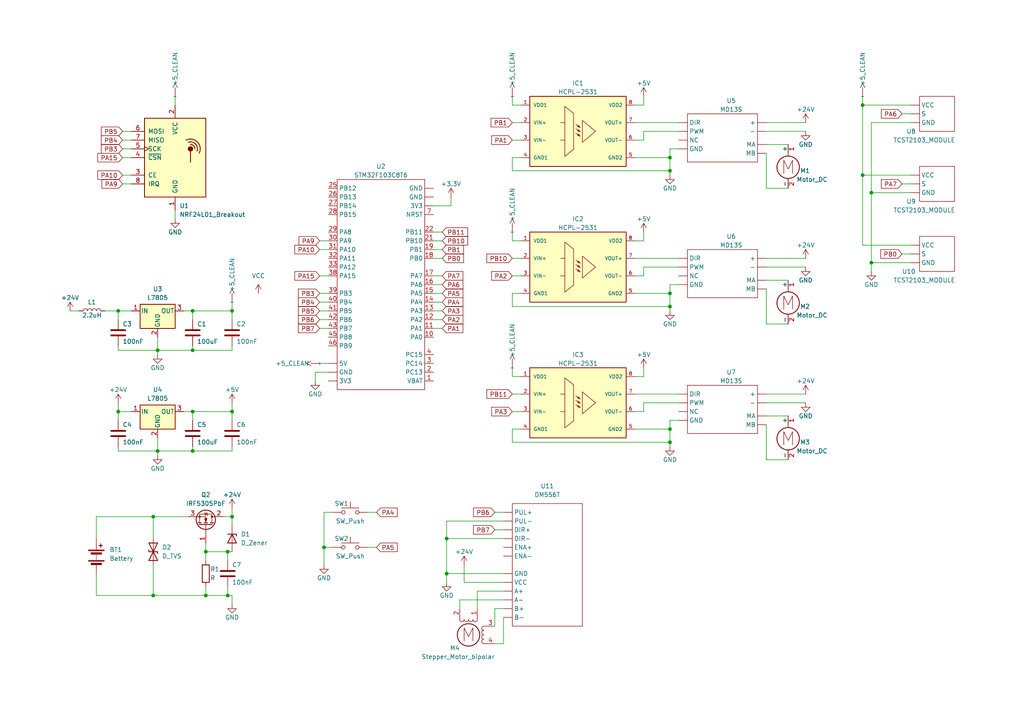
<source format=kicad_sch>
(kicad_sch (version 20230121) (generator eeschema)
  (paper "A4")
  (lib_symbols
    (symbol "Device:Battery" (pin_numbers hide) (pin_names (offset 0) hide)
      (property "Reference" "BT" (at 2.54 2.54 0))
      (property "Value" "Battery" (at 2.54 0 0))
      (symbol "Battery_0_1"
        (rectangle (start -2.286 -1.27) (end 2.286 -1.524) (fill (type outline)))
        (rectangle (start -2.286 1.778) (end 2.286 1.524) (fill (type outline)))
        (rectangle (start -1.524 -2.032) (end 1.524 -2.54) (fill (type outline)))
        (rectangle (start -1.524 1.016) (end 1.524 0.508) (fill (type outline)))
        (polyline (pts (xy 0 -1.016) (xy 0 -0.762)))
        (polyline (pts (xy 0 -0.508) (xy 0 -0.254)))
        (polyline (pts (xy 0 0) (xy 0 0.254)))
        (polyline (pts (xy 0 1.778) (xy 0 2.54)))
        (polyline (pts (xy 0.762 3.048) (xy 1.778 3.048)) (stroke (width 0.254)))
        (polyline (pts (xy 1.27 3.556) (xy 1.27 2.54)) (stroke (width 0.254)))
      )
      (symbol "Battery_1_1"
        (pin passive line (at 0 5.08 270) (length 2.54) (name "+") (number "1"))
        (pin passive line (at 0 -5.08 90) (length 2.54) (name "-") (number "2"))
      )
    )
    (symbol "Device:C" (pin_numbers hide) (pin_names (offset 0.254))
      (property "Reference" "C" (at 0.635 2.54 0))
      (property "Value" "C" (at 0.635 -2.54 0))
      (symbol "C_0_1"
        (polyline (pts (xy -2.032 -0.762) (xy 2.032 -0.762)) (stroke (width 0.508)))
        (polyline (pts (xy -2.032 0.762) (xy 2.032 0.762)) (stroke (width 0.508)))
      )
      (symbol "C_1_1"
        (pin passive line (at 0 3.81 270) (length 2.794) (name "~") (number "1"))
        (pin passive line (at 0 -3.81 90) (length 2.794) (name "~") (number "2"))
      )
    )
    (symbol "Device:D_TVS" (pin_numbers hide) (pin_names (offset 1.016) hide)
      (property "Reference" "D" (at 0 2.54 0))
      (property "Value" "D_TVS" (at 0 -2.54 0))
      (symbol "D_TVS_0_1"
        (polyline (pts (xy 1.27 0) (xy -1.27 0)))
        (polyline (pts (xy 0.508 1.27) (xy 0 1.27) (xy 0 -1.27) (xy -0.508 -1.27)) (stroke (width 0.254)))
        (polyline (pts (xy -2.54 1.27) (xy -2.54 -1.27) (xy 2.54 1.27) (xy 2.54 -1.27) (xy -2.54 1.27)) (stroke (width 0.254)))
      )
      (symbol "D_TVS_1_1"
        (pin passive line (at -3.81 0 0) (length 2.54) (name "A1") (number "1"))
        (pin passive line (at 3.81 0 180) (length 2.54) (name "A2") (number "2"))
      )
    )
    (symbol "Device:D_Zener" (pin_numbers hide) (pin_names (offset 1.016) hide)
      (property "Reference" "D" (at 0 2.54 0))
      (property "Value" "D_Zener" (at 0 -2.54 0))
      (symbol "D_Zener_0_1"
        (polyline (pts (xy 1.27 0) (xy -1.27 0)))
        (polyline (pts (xy -1.27 -1.27) (xy -1.27 1.27) (xy -0.762 1.27)) (stroke (width 0.254)))
        (polyline (pts (xy 1.27 -1.27) (xy 1.27 1.27) (xy -1.27 0) (xy 1.27 -1.27)) (stroke (width 0.254)))
      )
      (symbol "D_Zener_1_1"
        (pin passive line (at -3.81 0 0) (length 2.54) (name "K") (number "1"))
        (pin passive line (at 3.81 0 180) (length 2.54) (name "A") (number "2"))
      )
    )
    (symbol "Device:L" (pin_numbers hide) (pin_names (offset 1.016) hide)
      (property "Reference" "L" (at -1.27 0 90))
      (property "Value" "L" (at 1.905 0 90))
      (symbol "L_0_1"
        (arc (start 0 -2.54) (mid 0.6323 -1.905) (end 0 -1.27))
        (arc (start 0 -1.27) (mid 0.6323 -0.635) (end 0 0))
        (arc (start 0 0) (mid 0.6323 0.635) (end 0 1.27))
        (arc (start 0 1.27) (mid 0.6323 1.905) (end 0 2.54))
      )
      (symbol "L_1_1"
        (pin passive line (at 0 3.81 270) (length 1.27) (name "1") (number "1"))
        (pin passive line (at 0 -3.81 90) (length 1.27) (name "2") (number "2"))
      )
    )
    (symbol "Device:R" (pin_numbers hide) (pin_names (offset 0))
      (property "Reference" "R" (at 2.032 0 90))
      (property "Value" "R" (at 0 0 90))
      (symbol "R_0_1"
        (rectangle (start -1.016 -2.54) (end 1.016 2.54) (stroke (width 0.254)))
      )
      (symbol "R_1_1"
        (pin passive line (at 0 3.81 270) (length 1.27) (name "~") (number "1"))
        (pin passive line (at 0 -3.81 90) (length 1.27) (name "~") (number "2"))
      )
    )
    (symbol "HCPL-2531:HCPL-2531" (pin_names (offset 1.016))
      (property "Reference" "IC" (at -12.7249 11.4524 0))
      (property "Value" "HCPL-2531" (at -12.7227 -12.7227 0))
      (symbol "HCPL-2531_0_0"
        (rectangle (start -12.7 -10.16) (end 15.24 10.16) (stroke (width 0.254)) (fill (type background)))
        (polyline (pts (xy -3.81 -2.54) (xy -2.54 -2.54)) (stroke (width 0.1524)))
        (polyline (pts (xy -3.81 2.54) (xy -2.54 2.54)) (stroke (width 0.1524)))
        (polyline (pts (xy -2.54 -7.239) (xy 0 -5.207)) (stroke (width 0.1524)))
        (polyline (pts (xy -2.54 7.239) (xy -2.54 -7.239)) (stroke (width 0.1524)))
        (polyline (pts (xy 0 -5.207) (xy 0 5.207)) (stroke (width 0.1524)))
        (polyline (pts (xy 0 5.207) (xy -2.54 7.239)) (stroke (width 0.1524)))
        (polyline (pts (xy 0.635 -0.508) (xy 1.905 -1.397)) (stroke (width 0.1524)))
        (polyline (pts (xy 0.635 0.762) (xy 1.905 -0.127)) (stroke (width 0.1524)))
        (polyline (pts (xy 0.635 2.032) (xy 1.905 1.143)) (stroke (width 0.1524)))
        (polyline (pts (xy 2.54 -3.175) (xy 2.54 3.175)) (stroke (width 0.1524)))
        (polyline (pts (xy 2.54 3.175) (xy 6.35 0)) (stroke (width 0.1524)))
        (polyline (pts (xy 6.35 0) (xy 2.54 -3.175)) (stroke (width 0.1524)))
        (polyline (pts (xy 1.905 -1.397) (xy 1.397 -0.762) (xy 1.143 -1.143) (xy 1.905 -1.397)) (stroke (width 0.1524)) (fill (type outline)))
        (polyline (pts (xy 1.905 -0.127) (xy 1.397 0.508) (xy 1.143 0.127) (xy 1.905 -0.127)) (stroke (width 0.1524)) (fill (type outline)))
        (polyline (pts (xy 1.905 1.143) (xy 1.397 1.778) (xy 1.143 1.397) (xy 1.905 1.143)) (stroke (width 0.1524)) (fill (type outline)))
        (pin power_in line (at -15.24 7.62 0) (length 2.54) (name "VDD1") (number "1"))
        (pin power_in line (at -15.24 2.54 0) (length 2.54) (name "VIN+") (number "2"))
        (pin power_in line (at -15.24 -2.54 0) (length 2.54) (name "VIN-") (number "3"))
        (pin power_in line (at -15.24 -7.62 0) (length 2.54) (name "GND1") (number "4"))
        (pin power_in line (at 17.78 -7.62 180) (length 2.54) (name "GND2") (number "5"))
        (pin power_in line (at 17.78 -2.54 180) (length 2.54) (name "VOUT-") (number "6"))
        (pin power_in line (at 17.78 2.54 180) (length 2.54) (name "VOUT+") (number "7"))
        (pin power_in line (at 17.78 7.62 180) (length 2.54) (name "VDD2") (number "8"))
      )
    )
    (symbol "MD13S_1"
      (property "Reference" "U" (at -5.08 17.78 0))
      (property "Value" "MD13S" (at -2.54 15.24 0))
      (symbol "MD13S_1_0_1"
        (rectangle (start -10.16 13.97) (end 10.16 0))
      )
      (symbol "MD13S_1_1_1"
        (pin power_in line (at -12.7 11.43 0) (length 2.54) (name "+") (number ""))
        (pin power_in line (at -12.7 8.89 0) (length 2.54) (name "-") (number ""))
        (pin input line (at 12.7 11.43 180) (length 2.54) (name "DIR") (number ""))
        (pin input line (at 12.7 3.81 180) (length 2.54) (name "GND") (number ""))
        (pin power_out line (at -12.7 5.08 0) (length 2.54) (name "MA") (number ""))
        (pin power_out line (at -12.7 2.54 0) (length 2.54) (name "MB") (number ""))
        (pin input line (at 12.7 6.35 180) (length 2.54) (name "NC") (number ""))
        (pin input line (at 12.7 8.89 180) (length 2.54) (name "PWM") (number ""))
      )
    )
    (symbol "Motor:Motor_DC" (pin_names (offset 0))
      (property "Reference" "M" (at 2.54 2.54 0))
      (property "Value" "Motor_DC" (at 2.54 -5.08 0))
      (symbol "Motor_DC_0_0"
        (polyline (pts (xy -1.27 -3.302) (xy -1.27 0.508) (xy 0 -2.032) (xy 1.27 0.508) (xy 1.27 -3.302)))
      )
      (symbol "Motor_DC_0_1"
        (circle (center 0 -1.524) (radius 3.2512) (stroke (width 0.254)))
        (polyline (pts (xy 0 -7.62) (xy 0 -7.112)))
        (polyline (pts (xy 0 -4.7752) (xy 0 -5.1816)))
        (polyline (pts (xy 0 1.7272) (xy 0 2.0828)))
        (polyline (pts (xy 0 2.032) (xy 0 2.54)))
      )
      (symbol "Motor_DC_1_1"
        (pin passive line (at 0 5.08 270) (length 2.54) (name "+") (number "1"))
        (pin passive line (at 0 -7.62 90) (length 2.54) (name "-") (number "2"))
      )
    )
    (symbol "Motor:Stepper_Motor_bipolar" (pin_names (offset 0) hide)
      (property "Reference" "M" (at 3.81 2.54 0))
      (property "Value" "Stepper_Motor_bipolar" (at 3.81 1.27 0))
      (symbol "Stepper_Motor_bipolar_0_0"
        (polyline (pts (xy -1.27 -1.778) (xy -1.27 2.032) (xy 0 -0.508) (xy 1.27 2.032) (xy 1.27 -1.778)))
      )
      (symbol "Stepper_Motor_bipolar_0_1"
        (arc (start -4.445 -2.54) (mid -3.8127 -1.905) (end -4.445 -1.27))
        (arc (start -4.445 -1.27) (mid -3.8127 -0.635) (end -4.445 0))
        (arc (start -4.445 0) (mid -3.8127 0.635) (end -4.445 1.27))
        (arc (start -4.445 1.27) (mid -3.8127 1.905) (end -4.445 2.54))
        (arc (start -2.54 4.445) (mid -1.905 3.8127) (end -1.27 4.445))
        (arc (start -1.27 4.445) (mid -0.635 3.8127) (end 0 4.445))
        (polyline (pts (xy -5.08 -2.54) (xy -4.445 -2.54)))
        (polyline (pts (xy -5.08 2.54) (xy -4.445 2.54)))
        (polyline (pts (xy -2.54 5.08) (xy -2.54 4.445)))
        (polyline (pts (xy 2.54 5.08) (xy 2.54 4.445)))
        (circle (center 0 0) (radius 3.2512) (stroke (width 0.254)))
        (arc (start 0 4.445) (mid 0.635 3.8127) (end 1.27 4.445))
        (arc (start 1.27 4.445) (mid 1.905 3.8127) (end 2.54 4.445))
      )
      (symbol "Stepper_Motor_bipolar_1_1"
        (pin passive line (at -2.54 7.62 270) (length 2.54) (name "~") (number "1"))
        (pin passive line (at 2.54 7.62 270) (length 2.54) (name "-") (number "2"))
        (pin passive line (at -7.62 2.54 0) (length 2.54) (name "~") (number "3"))
        (pin passive line (at -7.62 -2.54 0) (length 2.54) (name "~") (number "4"))
      )
    )
    (symbol "RF:NRF24L01_Breakout" (pin_names (offset 1.016))
      (property "Reference" "U" (at -8.89 12.7 0))
      (property "Value" "NRF24L01_Breakout" (at 3.81 12.7 0))
      (symbol "NRF24L01_Breakout_0_1"
        (rectangle (start -8.89 11.43) (end 8.89 -11.43) (stroke (width 0.254)) (fill (type background)))
        (polyline (pts (xy 4.445 1.905) (xy 4.445 -1.27)) (stroke (width 0.254)))
        (circle (center 4.445 2.54) (radius 0.635) (stroke (width 0.254)) (fill (type outline)))
        (arc (start 5.715 2.54) (mid 5.3521 3.4546) (end 4.445 3.81) (stroke (width 0.254)))
        (arc (start 6.35 1.905) (mid 5.8763 3.9854) (end 3.81 4.445) (stroke (width 0.254)))
        (arc (start 6.985 1.27) (mid 6.453 4.548) (end 3.175 5.08) (stroke (width 0.254)))
      )
      (symbol "NRF24L01_Breakout_1_1"
        (pin power_in line (at 0 -15.24 90) (length 3.81) (name "GND") (number "1"))
        (pin power_in line (at 0 15.24 270) (length 3.81) (name "VCC") (number "2"))
        (pin input line (at -12.7 -5.08 0) (length 3.81) (name "CE") (number "3"))
        (pin input line (at -12.7 0 0) (length 3.81) (name "~{CSN}") (number "4"))
        (pin input clock (at -12.7 2.54 0) (length 3.81) (name "SCK") (number "5"))
        (pin input line (at -12.7 7.62 0) (length 3.81) (name "MOSI") (number "6"))
        (pin output line (at -12.7 5.08 0) (length 3.81) (name "MISO") (number "7"))
        (pin output line (at -12.7 -7.62 0) (length 3.81) (name "IRQ") (number "8"))
      )
    )
    (symbol "Regulator_Linear:L7805" (pin_names (offset 0.254))
      (property "Reference" "U" (at -3.81 3.175 0))
      (property "Value" "L7805" (at 0 3.175 0))
      (symbol "L7805_0_1"
        (rectangle (start -5.08 1.905) (end 5.08 -5.08) (stroke (width 0.254)) (fill (type background)))
      )
      (symbol "L7805_1_1"
        (pin power_in line (at -7.62 0 0) (length 2.54) (name "IN") (number "1"))
        (pin power_in line (at 0 -7.62 90) (length 2.54) (name "GND") (number "2"))
        (pin power_out line (at 7.62 0 180) (length 2.54) (name "OUT") (number "3"))
      )
    )
    (symbol "STM32F103C8T6:+5V_CLEAN" (power) (in_bom no) (on_board no)
      (symbol "+5V_CLEAN_1_1"
        (pin power_in clock (at 0 0 90) (length 2.54) (name "+5_CLEAN") (number ""))
      )
    )
    (symbol "STM32F103C8T6:DM556T"
      (property "Reference" "U" (at -11.43 19.05 0))
      (property "Value" "DM556T" (at -13.97 16.51 0))
      (symbol "DM556T_0_1"
        (rectangle (start -10.16 35.56) (end 10.16 0))
      )
      (symbol "DM556T_1_1"
        (pin power_out line (at 12.7 10.16 180) (length 2.54) (name "A+") (number ""))
        (pin power_out line (at 12.7 7.62 180) (length 2.54) (name "A-") (number ""))
        (pin power_out line (at 12.7 5.08 180) (length 2.54) (name "B+") (number ""))
        (pin power_out line (at 12.7 2.54 180) (length 2.54) (name "B-") (number ""))
        (pin input line (at 12.7 27.94 180) (length 2.54) (name "DIR+") (number ""))
        (pin input line (at 12.7 25.4 180) (length 2.54) (name "DIR-") (number ""))
        (pin input line (at 12.7 22.86 180) (length 2.54) (name "ENA+") (number ""))
        (pin input line (at 12.7 20.32 180) (length 2.54) (name "ENA-") (number ""))
        (pin power_in line (at 12.7 15.24 180) (length 2.54) (name "GND") (number ""))
        (pin input line (at 12.7 33.02 180) (length 2.54) (name "PUL+") (number ""))
        (pin input line (at 12.7 30.48 180) (length 2.54) (name "PUL-") (number ""))
        (pin power_in line (at 12.7 12.7 180) (length 2.54) (name "VCC") (number ""))
      )
    )
    (symbol "STM32F103C8T6:STM32F103C8T6_pinout"
      (property "Reference" "U" (at -5.08 64.77 0))
      (property "Value" "STM32F103C8T6" (at 1.27 62.23 0))
      (symbol "STM32F103C8T6_pinout_0_1"
        (rectangle (start -12.7 60.96) (end 12.7 0))
      )
      (symbol "STM32F103C8T6_pinout_1_1"
        (pin power_in line (at -15.24 2.54 0) (length 2.54) (name "3V3") (number ""))
        (pin power_in line (at 15.24 53.34 180) (length 2.54) (name "3V3") (number ""))
        (pin power_in line (at -15.24 7.62 0) (length 2.54) (name "5V") (number ""))
        (pin power_in line (at -15.24 5.08 0) (length 2.54) (name "GND") (number ""))
        (pin power_in line (at 15.24 55.88 180) (length 2.54) (name "GND") (number ""))
        (pin power_in line (at 15.24 58.42 180) (length 2.54) (name "GND") (number ""))
        (pin power_in line (at 15.24 2.54 180) (length 2.54) (name "VBAT") (number "1"))
        (pin bidirectional line (at 15.24 15.24 180) (length 2.54) (name "PA0") (number "10"))
        (pin bidirectional line (at 15.24 17.78 180) (length 2.54) (name "PA1") (number "11"))
        (pin bidirectional line (at 15.24 20.32 180) (length 2.54) (name "PA2") (number "12"))
        (pin bidirectional line (at 15.24 22.86 180) (length 2.54) (name "PA3") (number "13"))
        (pin bidirectional line (at 15.24 25.4 180) (length 2.54) (name "PA4") (number "14"))
        (pin bidirectional line (at 15.24 27.94 180) (length 2.54) (name "PA5") (number "15"))
        (pin bidirectional line (at 15.24 30.48 180) (length 2.54) (name "PA6") (number "16"))
        (pin bidirectional line (at 15.24 33.02 180) (length 2.54) (name "PA7") (number "17"))
        (pin bidirectional line (at 15.24 38.1 180) (length 2.54) (name "PB0") (number "18"))
        (pin bidirectional line (at 15.24 40.64 180) (length 2.54) (name "PB1") (number "19"))
        (pin bidirectional line (at 15.24 5.08 180) (length 2.54) (name "PC13") (number "2"))
        (pin bidirectional line (at 15.24 43.18 180) (length 2.54) (name "PB10") (number "21"))
        (pin bidirectional line (at 15.24 45.72 180) (length 2.54) (name "PB11") (number "22"))
        (pin bidirectional line (at -15.24 58.42 0) (length 2.54) (name "PB12") (number "25"))
        (pin bidirectional line (at -15.24 55.88 0) (length 2.54) (name "PB13") (number "26"))
        (pin bidirectional line (at -15.24 53.34 0) (length 2.54) (name "PB14") (number "27"))
        (pin bidirectional line (at -15.24 50.8 0) (length 2.54) (name "PB15") (number "28"))
        (pin bidirectional line (at -15.24 45.72 0) (length 2.54) (name "PA8") (number "29"))
        (pin bidirectional line (at 15.24 7.62 180) (length 2.54) (name "PC14") (number "3"))
        (pin bidirectional line (at -15.24 43.18 0) (length 2.54) (name "PA9") (number "30"))
        (pin bidirectional line (at -15.24 40.64 0) (length 2.54) (name "PA10") (number "31"))
        (pin bidirectional line (at -15.24 38.1 0) (length 2.54) (name "PA11") (number "32"))
        (pin bidirectional line (at -15.24 35.56 0) (length 2.54) (name "PA12") (number "33"))
        (pin bidirectional line (at -15.24 33.02 0) (length 2.54) (name "PA15") (number "38"))
        (pin bidirectional line (at -15.24 27.94 0) (length 2.54) (name "PB3") (number "39"))
        (pin bidirectional line (at 15.24 10.16 180) (length 2.54) (name "PC15") (number "4"))
        (pin bidirectional line (at -15.24 25.4 0) (length 2.54) (name "PB4") (number "40"))
        (pin bidirectional line (at -15.24 22.86 0) (length 2.54) (name "PB5") (number "41"))
        (pin bidirectional line (at -15.24 20.32 0) (length 2.54) (name "PB6") (number "42"))
        (pin bidirectional line (at -15.24 17.78 0) (length 2.54) (name "PB7") (number "43"))
        (pin bidirectional line (at -15.24 15.24 0) (length 2.54) (name "PB8") (number "45"))
        (pin bidirectional line (at -15.24 12.7 0) (length 2.54) (name "PB9") (number "46"))
        (pin input line (at 15.24 50.8 180) (length 2.54) (name "NRST") (number "7"))
      )
    )
    (symbol "STM32F103C8T6:TCST2103_module"
      (property "Reference" "U" (at 6.35 1.27 0))
      (property "Value" "TCST2103_MODULE" (at 3.81 -1.27 0))
      (symbol "TCST2103_module_0_1"
        (rectangle (start -5.08 10.16) (end 5.08 0))
      )
      (symbol "TCST2103_module_1_1"
        (pin power_in line (at -7.62 2.54 0) (length 2.54) (name "GND") (number ""))
        (pin input line (at -7.62 5.08 0) (length 2.54) (name "S") (number ""))
        (pin power_in line (at -7.62 7.62 0) (length 2.54) (name "VCC") (number ""))
      )
    )
    (symbol "Switch:SW_Push" (pin_numbers hide) (pin_names (offset 1.016) hide)
      (property "Reference" "SW" (at 1.27 2.54 0))
      (property "Value" "SW_Push" (at 0 -1.524 0))
      (symbol "SW_Push_0_1"
        (circle (center -2.032 0) (radius 0.508))
        (polyline (pts (xy 0 1.27) (xy 0 3.048)))
        (polyline (pts (xy 2.54 1.27) (xy -2.54 1.27)))
        (circle (center 2.032 0) (radius 0.508))
        (pin passive line (at -5.08 0 0) (length 2.54) (name "1") (number "1"))
        (pin passive line (at 5.08 0 180) (length 2.54) (name "2") (number "2"))
      )
    )
    (symbol "Transistor_FET:IRF540N" (pin_names hide)
      (property "Reference" "Q" (at 6.35 1.905 0))
      (property "Value" "IRF540N" (at 6.35 0 0))
      (symbol "IRF540N_0_1"
        (polyline (pts (xy 0.254 0) (xy -2.54 0)))
        (polyline (pts (xy 0.254 1.905) (xy 0.254 -1.905)) (stroke (width 0.254)))
        (polyline (pts (xy 0.762 -1.27) (xy 0.762 -2.286)) (stroke (width 0.254)))
        (polyline (pts (xy 0.762 0.508) (xy 0.762 -0.508)) (stroke (width 0.254)))
        (polyline (pts (xy 0.762 2.286) (xy 0.762 1.27)) (stroke (width 0.254)))
        (polyline (pts (xy 2.54 2.54) (xy 2.54 1.778)))
        (polyline (pts (xy 2.54 -2.54) (xy 2.54 0) (xy 0.762 0)))
        (polyline (pts (xy 0.762 -1.778) (xy 3.302 -1.778) (xy 3.302 1.778) (xy 0.762 1.778)))
        (polyline (pts (xy 1.016 0) (xy 2.032 0.381) (xy 2.032 -0.381) (xy 1.016 0)) (fill (type outline)))
        (polyline (pts (xy 2.794 0.508) (xy 2.921 0.381) (xy 3.683 0.381) (xy 3.81 0.254)))
        (polyline (pts (xy 3.302 0.381) (xy 2.921 -0.254) (xy 3.683 -0.254) (xy 3.302 0.381)))
        (circle (center 1.651 0) (radius 2.794) (stroke (width 0.254)))
        (circle (center 2.54 -1.778) (radius 0.254) (fill (type outline)))
        (circle (center 2.54 1.778) (radius 0.254) (fill (type outline)))
      )
      (symbol "IRF540N_1_1"
        (pin input line (at -5.08 0 0) (length 2.54) (name "G") (number "1"))
        (pin passive line (at 2.54 5.08 270) (length 2.54) (name "D") (number "2"))
        (pin passive line (at 2.54 -5.08 90) (length 2.54) (name "S") (number "3"))
      )
    )
    (symbol "power:+24V" (power) (pin_names (offset 0))
      (property "Value" "+24V" (at 0 3.556 0))
      (symbol "+24V_0_1"
        (polyline (pts (xy -0.762 1.27) (xy 0 2.54)))
        (polyline (pts (xy 0 0) (xy 0 2.54)))
        (polyline (pts (xy 0 2.54) (xy 0.762 1.27)))
      )
      (symbol "+24V_1_1"
        (pin power_in line (at 0 0 90) (length 0) hide (name "+24V") (number "1"))
      )
    )
    (symbol "power:+3.3V" (power) (pin_names (offset 0))
      (property "Value" "+3.3V" (at 0 3.556 0))
      (symbol "+3.3V_0_1"
        (polyline (pts (xy -0.762 1.27) (xy 0 2.54)))
        (polyline (pts (xy 0 0) (xy 0 2.54)))
        (polyline (pts (xy 0 2.54) (xy 0.762 1.27)))
      )
      (symbol "+3.3V_1_1"
        (pin power_in line (at 0 0 90) (length 0) hide (name "+3.3V") (number "1"))
      )
    )
    (symbol "power:+5V" (power) (pin_names (offset 0))
      (property "Value" "+5V" (at 0 3.556 0))
      (symbol "+5V_0_1"
        (polyline (pts (xy -0.762 1.27) (xy 0 2.54)))
        (polyline (pts (xy 0 0) (xy 0 2.54)))
        (polyline (pts (xy 0 2.54) (xy 0.762 1.27)))
      )
      (symbol "+5V_1_1"
        (pin power_in line (at 0 0 90) (length 0) hide (name "+5V") (number "1"))
      )
    )
    (symbol "power:GND" (power) (pin_names (offset 0))
      (property "Value" "GND" (at 0 -3.81 0))
      (symbol "GND_0_1"
        (polyline (pts (xy 0 0) (xy 0 -1.27) (xy 1.27 -1.27) (xy 0 -2.54) (xy -1.27 -1.27) (xy 0 -1.27)))
      )
      (symbol "GND_1_1"
        (pin power_in line (at 0 0 270) (length 0) hide (name "GND") (number "1"))
      )
    )
    (symbol "power:VCC" (power) (pin_names (offset 0))
      (property "Value" "VCC" (at 0 3.81 0))
      (symbol "VCC_0_1"
        (polyline (pts (xy -0.762 1.27) (xy 0 2.54)))
        (polyline (pts (xy 0 0) (xy 0 2.54)))
        (polyline (pts (xy 0 2.54) (xy 0.762 1.27)))
      )
      (symbol "VCC_1_1"
        (pin power_in line (at 0 0 90) (length 0) hide (name "VCC") (number "1"))
      )
    )
  )
  (junction (at 250.19 50.8))
  (junction (at 129.54 166.37))
  (junction (at 55.88 101.6))
  (junction (at 44.45 149.86))
  (junction (at 252.73 76.2))
  (junction (at 252.73 55.88))
  (junction (at 66.04 160.02))
  (junction (at 44.45 172.72))
  (junction (at 45.72 101.6))
  (junction (at 55.88 90.17))
  (junction (at 55.88 119.38))
  (junction (at 34.29 90.17))
  (junction (at 34.29 119.38))
  (junction (at 59.69 160.02))
  (junction (at 59.69 172.72))
  (junction (at 194.31 45.72))
  (junction (at 194.31 88.9))
  (junction (at 194.31 128.27))
  (junction (at 194.31 124.46))
  (junction (at 67.31 90.17))
  (junction (at 194.31 49.53))
  (junction (at 66.04 172.72))
  (junction (at 67.31 119.38))
  (junction (at 129.54 156.21))
  (junction (at 55.88 130.81))
  (junction (at 67.31 149.86))
  (junction (at 45.72 130.81))
  (junction (at 93.98 158.75))
  (junction (at 194.31 85.09))
  (junction (at 250.19 30.48))
  (wire (pts (xy 45.72 101.6) (xy 45.72 102.87)))
  (wire (pts (xy 125.73 69.85) (xy 128.27 69.85)))
  (wire (pts (xy 138.43 171.45) (xy 138.43 176.53)))
  (wire (pts (xy 53.34 90.17) (xy 55.88 90.17)))
  (wire (pts (xy 92.71 95.25) (xy 95.25 95.25)))
  (wire (pts (xy 92.71 87.63) (xy 95.25 87.63)))
  (wire (pts (xy 45.72 101.6) (xy 55.88 101.6)))
  (wire (pts (xy 148.59 30.48) (xy 151.13 30.48)))
  (wire (pts (xy 148.59 49.53) (xy 194.31 49.53)))
  (wire (pts (xy 34.29 90.17) (xy 38.1 90.17)))
  (wire (pts (xy 146.05 166.37) (xy 129.54 166.37)))
  (wire (pts (xy 59.69 157.48) (xy 59.69 160.02)))
  (wire (pts (xy 184.15 109.22) (xy 186.69 109.22)))
  (wire (pts (xy 186.69 116.84) (xy 196.85 116.84)))
  (wire (pts (xy 91.44 107.95) (xy 91.44 110.49)))
  (wire (pts (xy 125.73 59.69) (xy 130.81 59.69)))
  (wire (pts (xy 50.8 27.94) (xy 50.8 30.48)))
  (wire (pts (xy 34.29 101.6) (xy 45.72 101.6)))
  (wire (pts (xy 264.16 76.2) (xy 252.73 76.2)))
  (wire (pts (xy 148.59 85.09) (xy 148.59 88.9)))
  (wire (pts (xy 250.19 27.94) (xy 250.19 30.48)))
  (wire (pts (xy 96.52 148.59) (xy 93.98 148.59)))
  (wire (pts (xy 146.05 156.21) (xy 129.54 156.21)))
  (wire (pts (xy 194.31 45.72) (xy 194.31 43.18)))
  (wire (pts (xy 125.73 67.31) (xy 128.27 67.31)))
  (wire (pts (xy 233.68 74.93) (xy 222.25 74.93)))
  (wire (pts (xy 194.31 43.18) (xy 196.85 43.18)))
  (wire (pts (xy 184.15 69.85) (xy 186.69 69.85)))
  (wire (pts (xy 222.25 123.19) (xy 222.25 133.35)))
  (wire (pts (xy 186.69 67.31) (xy 186.69 69.85)))
  (wire (pts (xy 233.68 116.84) (xy 222.25 116.84)))
  (wire (pts (xy 67.31 129.54) (xy 67.31 130.81)))
  (wire (pts (xy 34.29 90.17) (xy 34.29 92.71)))
  (wire (pts (xy 264.16 30.48) (xy 250.19 30.48)))
  (wire (pts (xy 35.56 40.64) (xy 38.1 40.64)))
  (wire (pts (xy 233.68 114.3) (xy 222.25 114.3)))
  (wire (pts (xy 184.15 74.93) (xy 196.85 74.93)))
  (wire (pts (xy 184.15 30.48) (xy 186.69 30.48)))
  (wire (pts (xy 35.56 43.18) (xy 38.1 43.18)))
  (wire (pts (xy 45.72 130.81) (xy 55.88 130.81)))
  (wire (pts (xy 34.29 119.38) (xy 38.1 119.38)))
  (wire (pts (xy 186.69 77.47) (xy 196.85 77.47)))
  (wire (pts (xy 34.29 130.81) (xy 45.72 130.81)))
  (wire (pts (xy 261.62 73.66) (xy 264.16 73.66)))
  (wire (pts (xy 186.69 38.1) (xy 196.85 38.1)))
  (wire (pts (xy 35.56 38.1) (xy 38.1 38.1)))
  (wire (pts (xy 59.69 160.02) (xy 59.69 162.56)))
  (wire (pts (xy 146.05 151.13) (xy 129.54 151.13)))
  (wire (pts (xy 92.71 92.71) (xy 95.25 92.71)))
  (wire (pts (xy 186.69 80.01) (xy 186.69 77.47)))
  (wire (pts (xy 252.73 35.56) (xy 252.73 55.88)))
  (wire (pts (xy 45.72 130.81) (xy 45.72 132.08)))
  (wire (pts (xy 252.73 55.88) (xy 252.73 76.2)))
  (wire (pts (xy 92.71 69.85) (xy 95.25 69.85)))
  (wire (pts (xy 67.31 147.32) (xy 67.31 149.86)))
  (wire (pts (xy 186.69 40.64) (xy 186.69 38.1)))
  (wire (pts (xy 133.35 173.99) (xy 133.35 176.53)))
  (wire (pts (xy 59.69 172.72) (xy 66.04 172.72)))
  (wire (pts (xy 228.6 41.91) (xy 222.25 41.91)))
  (wire (pts (xy 67.31 121.92) (xy 67.31 119.38)))
  (wire (pts (xy 194.31 128.27) (xy 194.31 124.46)))
  (wire (pts (xy 264.16 71.12) (xy 250.19 71.12)))
  (wire (pts (xy 250.19 30.48) (xy 250.19 50.8)))
  (wire (pts (xy 129.54 168.91) (xy 129.54 166.37)))
  (wire (pts (xy 143.51 186.69) (xy 146.05 186.69)))
  (wire (pts (xy 194.31 124.46) (xy 194.31 121.92)))
  (wire (pts (xy 66.04 170.18) (xy 66.04 172.72)))
  (wire (pts (xy 184.15 80.01) (xy 186.69 80.01)))
  (wire (pts (xy 184.15 119.38) (xy 186.69 119.38)))
  (wire (pts (xy 67.31 116.84) (xy 67.31 119.38)))
  (wire (pts (xy 125.73 90.17) (xy 128.27 90.17)))
  (wire (pts (xy 34.29 119.38) (xy 34.29 121.92)))
  (wire (pts (xy 222.25 83.82) (xy 222.25 93.98)))
  (wire (pts (xy 92.71 105.41) (xy 95.25 105.41)))
  (wire (pts (xy 34.29 100.33) (xy 34.29 101.6)))
  (wire (pts (xy 130.81 59.69) (xy 130.81 57.15)))
  (wire (pts (xy 125.73 92.71) (xy 128.27 92.71)))
  (wire (pts (xy 233.68 35.56) (xy 222.25 35.56)))
  (wire (pts (xy 194.31 129.54) (xy 194.31 128.27)))
  (wire (pts (xy 45.72 97.79) (xy 45.72 101.6)))
  (wire (pts (xy 148.59 27.94) (xy 148.59 30.48)))
  (wire (pts (xy 151.13 124.46) (xy 148.59 124.46)))
  (wire (pts (xy 148.59 119.38) (xy 151.13 119.38)))
  (wire (pts (xy 67.31 175.26) (xy 67.31 172.72)))
  (wire (pts (xy 194.31 82.55) (xy 196.85 82.55)))
  (wire (pts (xy 148.59 80.01) (xy 151.13 80.01)))
  (wire (pts (xy 143.51 153.67) (xy 146.05 153.67)))
  (wire (pts (xy 233.68 38.1) (xy 222.25 38.1)))
  (wire (pts (xy 228.6 120.65) (xy 222.25 120.65)))
  (wire (pts (xy 96.52 158.75) (xy 93.98 158.75)))
  (wire (pts (xy 184.15 124.46) (xy 194.31 124.46)))
  (wire (pts (xy 146.05 173.99) (xy 133.35 173.99)))
  (wire (pts (xy 66.04 160.02) (xy 66.04 162.56)))
  (wire (pts (xy 228.6 54.61) (xy 222.25 54.61)))
  (wire (pts (xy 93.98 158.75) (xy 93.98 163.83)))
  (wire (pts (xy 59.69 172.72) (xy 44.45 172.72)))
  (wire (pts (xy 44.45 149.86) (xy 44.45 156.21)))
  (wire (pts (xy 34.29 116.84) (xy 34.29 119.38)))
  (wire (pts (xy 148.59 45.72) (xy 148.59 49.53)))
  (wire (pts (xy 148.59 40.64) (xy 151.13 40.64)))
  (wire (pts (xy 55.88 119.38) (xy 67.31 119.38)))
  (wire (pts (xy 55.88 130.81) (xy 67.31 130.81)))
  (wire (pts (xy 146.05 179.07) (xy 146.05 186.69)))
  (wire (pts (xy 53.34 119.38) (xy 55.88 119.38)))
  (wire (pts (xy 252.73 76.2) (xy 252.73 78.74)))
  (wire (pts (xy 67.31 87.63) (xy 67.31 90.17)))
  (wire (pts (xy 35.56 45.72) (xy 38.1 45.72)))
  (wire (pts (xy 194.31 121.92) (xy 196.85 121.92)))
  (wire (pts (xy 143.51 176.53) (xy 143.51 181.61)))
  (wire (pts (xy 148.59 124.46) (xy 148.59 128.27)))
  (wire (pts (xy 184.15 45.72) (xy 194.31 45.72)))
  (wire (pts (xy 125.73 95.25) (xy 128.27 95.25)))
  (wire (pts (xy 125.73 85.09) (xy 128.27 85.09)))
  (wire (pts (xy 151.13 45.72) (xy 148.59 45.72)))
  (wire (pts (xy 54.61 149.86) (xy 44.45 149.86)))
  (wire (pts (xy 250.19 50.8) (xy 250.19 71.12)))
  (wire (pts (xy 252.73 35.56) (xy 264.16 35.56)))
  (wire (pts (xy 186.69 27.94) (xy 186.69 30.48)))
  (wire (pts (xy 148.59 106.68) (xy 148.59 109.22)))
  (wire (pts (xy 55.88 100.33) (xy 55.88 101.6)))
  (wire (pts (xy 184.15 35.56) (xy 196.85 35.56)))
  (wire (pts (xy 125.73 74.93) (xy 128.27 74.93)))
  (wire (pts (xy 146.05 176.53) (xy 143.51 176.53)))
  (wire (pts (xy 55.88 119.38) (xy 55.88 121.92)))
  (wire (pts (xy 143.51 148.59) (xy 146.05 148.59)))
  (wire (pts (xy 233.68 77.47) (xy 222.25 77.47)))
  (wire (pts (xy 148.59 88.9) (xy 194.31 88.9)))
  (wire (pts (xy 129.54 151.13) (xy 129.54 156.21)))
  (wire (pts (xy 95.25 107.95) (xy 91.44 107.95)))
  (wire (pts (xy 55.88 90.17) (xy 55.88 92.71)))
  (wire (pts (xy 66.04 172.72) (xy 67.31 172.72)))
  (wire (pts (xy 106.68 158.75) (xy 109.22 158.75)))
  (wire (pts (xy 194.31 49.53) (xy 194.31 45.72)))
  (wire (pts (xy 184.15 40.64) (xy 186.69 40.64)))
  (wire (pts (xy 129.54 156.21) (xy 129.54 166.37)))
  (wire (pts (xy 106.68 148.59) (xy 109.22 148.59)))
  (wire (pts (xy 228.6 81.28) (xy 222.25 81.28)))
  (wire (pts (xy 30.48 90.17) (xy 34.29 90.17)))
  (wire (pts (xy 148.59 35.56) (xy 151.13 35.56)))
  (wire (pts (xy 186.69 106.68) (xy 186.69 109.22)))
  (wire (pts (xy 184.15 114.3) (xy 196.85 114.3)))
  (wire (pts (xy 20.32 90.17) (xy 22.86 90.17)))
  (wire (pts (xy 27.94 172.72) (xy 27.94 166.37)))
  (wire (pts (xy 44.45 172.72) (xy 27.94 172.72)))
  (wire (pts (xy 92.71 85.09) (xy 95.25 85.09)))
  (wire (pts (xy 261.62 33.02) (xy 264.16 33.02)))
  (wire (pts (xy 59.69 160.02) (xy 66.04 160.02)))
  (wire (pts (xy 194.31 90.17) (xy 194.31 88.9)))
  (wire (pts (xy 125.73 80.01) (xy 128.27 80.01)))
  (wire (pts (xy 228.6 133.35) (xy 222.25 133.35)))
  (wire (pts (xy 55.88 129.54) (xy 55.88 130.81)))
  (wire (pts (xy 67.31 92.71) (xy 67.31 90.17)))
  (wire (pts (xy 45.72 127) (xy 45.72 130.81)))
  (wire (pts (xy 59.69 170.18) (xy 59.69 172.72)))
  (wire (pts (xy 93.98 148.59) (xy 93.98 158.75)))
  (wire (pts (xy 35.56 53.34) (xy 38.1 53.34)))
  (wire (pts (xy 44.45 149.86) (xy 27.94 149.86)))
  (wire (pts (xy 222.25 44.45) (xy 222.25 54.61)))
  (wire (pts (xy 92.71 80.01) (xy 95.25 80.01)))
  (wire (pts (xy 55.88 90.17) (xy 67.31 90.17)))
  (wire (pts (xy 151.13 85.09) (xy 148.59 85.09)))
  (wire (pts (xy 264.16 50.8) (xy 250.19 50.8)))
  (wire (pts (xy 27.94 149.86) (xy 27.94 156.21)))
  (wire (pts (xy 148.59 109.22) (xy 151.13 109.22)))
  (wire (pts (xy 194.31 85.09) (xy 194.31 82.55)))
  (wire (pts (xy 228.6 93.98) (xy 222.25 93.98)))
  (wire (pts (xy 148.59 67.31) (xy 148.59 69.85)))
  (wire (pts (xy 194.31 50.8) (xy 194.31 49.53)))
  (wire (pts (xy 64.77 149.86) (xy 67.31 149.86)))
  (wire (pts (xy 34.29 129.54) (xy 34.29 130.81)))
  (wire (pts (xy 134.62 163.83) (xy 134.62 168.91)))
  (wire (pts (xy 50.8 60.96) (xy 50.8 63.5)))
  (wire (pts (xy 92.71 90.17) (xy 95.25 90.17)))
  (wire (pts (xy 146.05 168.91) (xy 134.62 168.91)))
  (wire (pts (xy 146.05 171.45) (xy 138.43 171.45)))
  (wire (pts (xy 66.04 160.02) (xy 67.31 160.02)))
  (wire (pts (xy 35.56 50.8) (xy 38.1 50.8)))
  (wire (pts (xy 261.62 53.34) (xy 264.16 53.34)))
  (wire (pts (xy 148.59 114.3) (xy 151.13 114.3)))
  (wire (pts (xy 67.31 149.86) (xy 67.31 152.4)))
  (wire (pts (xy 264.16 55.88) (xy 252.73 55.88)))
  (wire (pts (xy 194.31 88.9) (xy 194.31 85.09)))
  (wire (pts (xy 186.69 119.38) (xy 186.69 116.84)))
  (wire (pts (xy 125.73 72.39) (xy 128.27 72.39)))
  (wire (pts (xy 44.45 163.83) (xy 44.45 172.72)))
  (wire (pts (xy 184.15 85.09) (xy 194.31 85.09)))
  (wire (pts (xy 67.31 100.33) (xy 67.31 101.6)))
  (wire (pts (xy 148.59 128.27) (xy 194.31 128.27)))
  (wire (pts (xy 92.71 72.39) (xy 95.25 72.39)))
  (wire (pts (xy 148.59 74.93) (xy 151.13 74.93)))
  (wire (pts (xy 148.59 69.85) (xy 151.13 69.85)))
  (wire (pts (xy 55.88 101.6) (xy 67.31 101.6)))
  (wire (pts (xy 125.73 82.55) (xy 128.27 82.55)))
  (wire (pts (xy 125.73 87.63) (xy 128.27 87.63)))
  (global_label "PB5" (shape input) (at 35.56 38.1 180) (property "Intersheetrefs" "${INTERSHEET_REFS}" (effects hide)))
  (global_label "PA4" (shape input) (at 109.22 148.59 0) (property "Intersheetrefs" "${INTERSHEET_REFS}" (effects hide)))
  (global_label "PB3" (shape input) (at 35.56 43.18 180) (property "Intersheetrefs" "${INTERSHEET_REFS}" (effects hide)))
  (global_label "PA15" (shape input) (at 92.71 80.01 180) (property "Intersheetrefs" "${INTERSHEET_REFS}" (effects hide)))
  (global_label "PB10" (shape input) (at 148.59 74.93 180) (property "Intersheetrefs" "${INTERSHEET_REFS}" (effects hide)))
  (global_label "PA15" (shape input) (at 35.56 45.72 180) (property "Intersheetrefs" "${INTERSHEET_REFS}" (effects hide)))
  (global_label "PB1" (shape input) (at 128.27 72.39 0) (property "Intersheetrefs" "${INTERSHEET_REFS}" (effects hide)))
  (global_label "PA9" (shape input) (at 92.71 69.85 180) (property "Intersheetrefs" "${INTERSHEET_REFS}" (effects hide)))
  (global_label "PA1" (shape input) (at 148.59 40.64 180) (property "Intersheetrefs" "${INTERSHEET_REFS}" (effects hide)))
  (global_label "PB7" (shape input) (at 92.71 95.25 180) (property "Intersheetrefs" "${INTERSHEET_REFS}" (effects hide)))
  (global_label "PA4" (shape input) (at 128.27 87.63 0) (property "Intersheetrefs" "${INTERSHEET_REFS}" (effects hide)))
  (global_label "PA7" (shape input) (at 261.62 53.34 180) (property "Intersheetrefs" "${INTERSHEET_REFS}" (effects hide)))
  (global_label "PA5" (shape input) (at 128.27 85.09 0) (property "Intersheetrefs" "${INTERSHEET_REFS}" (effects hide)))
  (global_label "PA2" (shape input) (at 148.59 80.01 180) (property "Intersheetrefs" "${INTERSHEET_REFS}" (effects hide)))
  (global_label "PA3" (shape input) (at 148.59 119.38 180) (property "Intersheetrefs" "${INTERSHEET_REFS}" (effects hide)))
  (global_label "PA1" (shape input) (at 128.27 95.25 0) (property "Intersheetrefs" "${INTERSHEET_REFS}" (effects hide)))
  (global_label "PA7" (shape input) (at 128.27 80.01 0) (property "Intersheetrefs" "${INTERSHEET_REFS}" (effects hide)))
  (global_label "PB11" (shape input) (at 128.27 67.31 0) (property "Intersheetrefs" "${INTERSHEET_REFS}" (effects hide)))
  (global_label "PA6" (shape input) (at 128.27 82.55 0) (property "Intersheetrefs" "${INTERSHEET_REFS}" (effects hide)))
  (global_label "PB4" (shape input) (at 35.56 40.64 180) (property "Intersheetrefs" "${INTERSHEET_REFS}" (effects hide)))
  (global_label "PA5" (shape input) (at 109.22 158.75 0) (property "Intersheetrefs" "${INTERSHEET_REFS}" (effects hide)))
  (global_label "PB7" (shape input) (at 143.51 153.67 180) (property "Intersheetrefs" "${INTERSHEET_REFS}" (effects hide)))
  (global_label "PB11" (shape input) (at 148.59 114.3 180) (property "Intersheetrefs" "${INTERSHEET_REFS}" (effects hide)))
  (global_label "PB4" (shape input) (at 92.71 87.63 180) (property "Intersheetrefs" "${INTERSHEET_REFS}" (effects hide)))
  (global_label "PB5" (shape input) (at 92.71 90.17 180) (property "Intersheetrefs" "${INTERSHEET_REFS}" (effects hide)))
  (global_label "PB1" (shape input) (at 148.59 35.56 180) (property "Intersheetrefs" "${INTERSHEET_REFS}" (effects hide)))
  (global_label "PA6" (shape input) (at 261.62 33.02 180) (property "Intersheetrefs" "${INTERSHEET_REFS}" (effects hide)))
  (global_label "PA10" (shape input) (at 35.56 50.8 180) (property "Intersheetrefs" "${INTERSHEET_REFS}" (effects hide)))
  (global_label "PB3" (shape input) (at 92.71 85.09 180) (property "Intersheetrefs" "${INTERSHEET_REFS}" (effects hide)))
  (global_label "PB6" (shape input) (at 143.51 148.59 180) (property "Intersheetrefs" "${INTERSHEET_REFS}" (effects hide)))
  (global_label "PB10" (shape input) (at 128.27 69.85 0) (property "Intersheetrefs" "${INTERSHEET_REFS}" (effects hide)))
  (global_label "PA3" (shape input) (at 128.27 90.17 0) (property "Intersheetrefs" "${INTERSHEET_REFS}" (effects hide)))
  (global_label "PB0" (shape input) (at 128.27 74.93 0) (property "Intersheetrefs" "${INTERSHEET_REFS}" (effects hide)))
  (global_label "PA2" (shape input) (at 128.27 92.71 0) (property "Intersheetrefs" "${INTERSHEET_REFS}" (effects hide)))
  (global_label "PB0" (shape input) (at 261.62 73.66 180) (property "Intersheetrefs" "${INTERSHEET_REFS}" (effects hide)))
  (global_label "PA9" (shape input) (at 35.56 53.34 180) (property "Intersheetrefs" "${INTERSHEET_REFS}" (effects hide)))
  (global_label "PA10" (shape input) (at 92.71 72.39 180) (property "Intersheetrefs" "${INTERSHEET_REFS}" (effects hide)))
  (global_label "PB6" (shape input) (at 92.71 92.71 180) (property "Intersheetrefs" "${INTERSHEET_REFS}" (effects hide)))
  (symbol (lib_id "HCPL-2531:HCPL-2531") (at 166.37 116.84 0) (unit 1)
    (property "Reference" "IC3" (at 167.64 102.87 0))
    (property "Value" "HCPL-2531" (at 167.64 105.41 0))
    (property "Footprint" "HCPL-2531:DIL08" (effects hide))
    (property "MF" "Broadcom Limited" (effects hide))
    (property "Description" "\nOptoisolator Transistor Output 3750Vrms 2 Channel 8-DIP Gull Wing\n" (effects hide))
    (property "Package" "DIP-8 Broadcom / Avago" (effects hide))
    (property "MPN" "HCPL-2531A-000E" (effects hide))
    (property "Price" "None" (effects hide))
    (property "OC_FARNELL" "8550026" (effects hide))
    (property "SnapEDA_Link" "https://www.snapeda.com/parts/HCPL-2531/Broadcom+Limited/view-part/?ref=snap" (effects hide))
    (property "MP" "HCPL-2531" (effects hide))
    (property "OC_NEWARK" "88H7847" (effects hide))
    (property "Availability" "In Stock" (effects hide))
    (property "Check_prices" "https://www.snapeda.com/parts/HCPL-2531/Broadcom+Limited/view-part/?ref=eda" (effects hide))
  )
  (symbol (lib_id "STM32F103C8T6:+5V_CLEAN") (at 67.31 87.63 0) (unit 1) (in_bom no) (on_board no)
    (property "Reference" "#PWR06" (effects hide))
    (property "Value" "~" (at 67.31 87.63 0))
  )
  (symbol (lib_id "Device:D_TVS") (at 44.45 160.02 90) (unit 1)
    (property "Reference" "D2" (at 46.99 158.75 90) (effects (justify right)))
    (property "Value" "D_TVS" (at 46.99 161.29 90) (effects (justify right)))
  )
  (symbol (lib_id "power:GND") (at 194.31 129.54 0) (mirror y) (unit 1)
    (property "Reference" "#PWR020" (effects hide))
    (property "Value" "GND" (at 194.31 133.35 0))
  )
  (symbol (lib_id "STM32F103C8T6:+5V_CLEAN") (at 148.59 27.94 0) (unit 1) (in_bom no) (on_board no)
    (property "Reference" "#PWR011" (effects hide))
    (property "Value" "~" (at 148.59 27.94 0))
  )
  (symbol (lib_id "power:+5V") (at 186.69 27.94 0) (unit 1)
    (property "Reference" "#PWR012" (effects hide))
    (property "Value" "+5V" (at 186.69 24.13 0))
  )
  (symbol (lib_id "Motor:Motor_DC") (at 228.6 125.73 0) (mirror y) (unit 1)
    (property "Reference" "M3" (at 234.95 128.27 0) (effects (justify left)))
    (property "Value" "Motor_DC" (at 240.03 130.81 0) (effects (justify left)))
  )
  (symbol (lib_name "MD13S_1") (lib_id "STM32F103C8T6:MD13S") (at 209.55 125.73 0) (mirror y) (unit 1)
    (property "Reference" "U7" (at 212.09 107.95 0))
    (property "Value" "MD13S" (at 212.09 110.49 0))
  )
  (symbol (lib_id "STM32F103C8T6:+5V_CLEAN") (at 148.59 106.68 0) (unit 1) (in_bom no) (on_board no)
    (property "Reference" "#PWR018" (effects hide))
    (property "Value" "~" (at 148.59 106.68 0))
  )
  (symbol (lib_id "Device:C") (at 34.29 125.73 0) (unit 1)
    (property "Reference" "C4" (at 35.56 123.19 0) (effects (justify left)))
    (property "Value" "100nF" (at 35.56 128.27 0) (effects (justify left)))
  )
  (symbol (lib_id "power:GND") (at 45.72 102.87 0) (unit 1)
    (property "Reference" "#PWR02" (effects hide))
    (property "Value" "GND" (at 45.72 106.68 0))
  )
  (symbol (lib_id "HCPL-2531:HCPL-2531") (at 166.37 38.1 0) (unit 1)
    (property "Reference" "IC1" (at 167.64 24.13 0))
    (property "Value" "HCPL-2531" (at 167.64 26.67 0))
    (property "Footprint" "HCPL-2531:DIL08" (effects hide))
    (property "MF" "Broadcom Limited" (effects hide))
    (property "Description" "\nOptoisolator Transistor Output 3750Vrms 2 Channel 8-DIP Gull Wing\n" (effects hide))
    (property "Package" "DIP-8 Broadcom / Avago" (effects hide))
    (property "MPN" "HCPL-2531A-000E" (effects hide))
    (property "Price" "None" (effects hide))
    (property "OC_FARNELL" "8550026" (effects hide))
    (property "SnapEDA_Link" "https://www.snapeda.com/parts/HCPL-2531/Broadcom+Limited/view-part/?ref=snap" (effects hide))
    (property "MP" "HCPL-2531" (effects hide))
    (property "OC_NEWARK" "88H7847" (effects hide))
    (property "Availability" "In Stock" (effects hide))
    (property "Check_prices" "https://www.snapeda.com/parts/HCPL-2531/Broadcom+Limited/view-part/?ref=eda" (effects hide))
  )
  (symbol (lib_id "power:GND") (at 194.31 90.17 0) (mirror y) (unit 1)
    (property "Reference" "#PWR015" (effects hide))
    (property "Value" "GND" (at 194.31 93.98 0))
  )
  (symbol (lib_id "HCPL-2531:HCPL-2531") (at 166.37 77.47 0) (unit 1)
    (property "Reference" "IC2" (at 167.64 63.5 0))
    (property "Value" "HCPL-2531" (at 167.64 66.04 0))
    (property "Footprint" "HCPL-2531:DIL08" (effects hide))
    (property "MF" "Broadcom Limited" (effects hide))
    (property "Description" "\nOptoisolator Transistor Output 3750Vrms 2 Channel 8-DIP Gull Wing\n" (effects hide))
    (property "Package" "DIP-8 Broadcom / Avago" (effects hide))
    (property "MPN" "HCPL-2531A-000E" (effects hide))
    (property "Price" "None" (effects hide))
    (property "OC_FARNELL" "8550026" (effects hide))
    (property "SnapEDA_Link" "https://www.snapeda.com/parts/HCPL-2531/Broadcom+Limited/view-part/?ref=snap" (effects hide))
    (property "MP" "HCPL-2531" (effects hide))
    (property "OC_NEWARK" "88H7847" (effects hide))
    (property "Availability" "In Stock" (effects hide))
    (property "Check_prices" "https://www.snapeda.com/parts/HCPL-2531/Broadcom+Limited/view-part/?ref=eda" (effects hide))
  )
  (symbol (lib_id "STM32F103C8T6:TCST2103_module") (at 271.78 78.74 0) (unit 1)
    (property "Reference" "U10" (at 261.62 78.74 0) (effects (justify left)))
    (property "Value" "TCST2103_MODULE" (at 259.08 81.28 0) (effects (justify left)))
  )
  (symbol (lib_id "RF:NRF24L01_Breakout") (at 50.8 45.72 0) (unit 1)
    (property "Reference" "U1" (at 52.07 59.69 0) (effects (justify left)))
    (property "Value" "NRF24L01_Breakout" (at 52.07 62.23 0) (effects (justify left)))
    (property "Footprint" "RF_Module:nRF24L01_Breakout" (effects hide))
    (property "Datasheet" "http://www.nordicsemi.com/eng/content/download/2730/34105/file/nRF24L01_Product_Specification_v2_0.pdf" (effects hide))
  )
  (symbol (lib_name "MD13S_1") (lib_id "STM32F103C8T6:MD13S") (at 209.55 86.36 0) (mirror y) (unit 1)
    (property "Reference" "U6" (at 212.09 68.58 0))
    (property "Value" "MD13S" (at 212.09 71.12 0))
  )
  (symbol (lib_id "power:GND") (at 91.44 110.49 0) (unit 1)
    (property "Reference" "#PWR030" (effects hide))
    (property "Value" "GND" (at 91.44 114.3 0))
  )
  (symbol (lib_id "STM32F103C8T6:DM556T") (at 158.75 181.61 0) (mirror y) (unit 1)
    (property "Reference" "U11" (at 158.75 140.97 0))
    (property "Value" "DM556T" (at 158.75 143.51 0))
  )
  (symbol (lib_id "Switch:SW_Push") (at 101.6 158.75 0) (unit 1)
    (property "Reference" "SW2" (at 99.06 156.21 0))
    (property "Value" "SW_Push" (at 101.6 161.29 0))
    (property "Footprint" "Connector_PinHeader_2.54mm:PinHeader_1x02_P2.54mm_Vertical" (effects hide))
  )
  (symbol (lib_id "Device:C") (at 66.04 166.37 0) (unit 1)
    (property "Reference" "C7" (at 67.31 163.83 0) (effects (justify left)))
    (property "Value" "100nF" (at 67.31 168.91 0) (effects (justify left)))
  )
  (symbol (lib_id "power:+5V") (at 186.69 106.68 0) (unit 1)
    (property "Reference" "#PWR019" (effects hide))
    (property "Value" "+5V" (at 186.69 102.87 0))
  )
  (symbol (lib_id "Regulator_Linear:L7805") (at 45.72 119.38 0) (unit 1)
    (property "Reference" "U4" (at 45.72 113.03 0))
    (property "Value" "L7805" (at 45.72 115.57 0))
    (property "Datasheet" "http://www.st.com/content/ccc/resource/technical/document/datasheet/41/4f/b3/b0/12/d4/47/88/CD00000444.pdf/files/CD00000444.pdf/jcr:content/translations/en.CD00000444.pdf" (effects hide))
  )
  (symbol (lib_id "Transistor_FET:IRF540N") (at 59.69 152.4 270) (mirror x) (unit 1)
    (property "Reference" "Q2" (at 59.69 143.51 90))
    (property "Value" "IRF5305PbF" (at 59.69 146.05 90))
    (property "Footprint" "Package_TO_SOT_THT:TO-220-3_Vertical" (effects hide))
    (property "Datasheet" "http://www.irf.com/product-info/datasheets/data/irf540n.pdf" (effects hide))
  )
  (symbol (lib_id "STM32F103C8T6:+5V_CLEAN") (at 250.19 27.94 0) (unit 1) (in_bom no) (on_board no)
    (property "Reference" "#PWR023" (effects hide))
    (property "Value" "~" (at 250.19 27.94 0))
  )
  (symbol (lib_id "power:GND") (at 93.98 163.83 0) (unit 1)
    (property "Reference" "#PWR033" (effects hide))
    (property "Value" "GND" (at 93.98 167.64 0))
  )
  (symbol (lib_id "Device:L") (at 26.67 90.17 90) (unit 1)
    (property "Reference" "L1" (at 26.67 87.63 90))
    (property "Value" "2.2uH" (at 26.67 91.44 90))
  )
  (symbol (lib_id "STM32F103C8T6:TCST2103_module") (at 271.78 38.1 0) (unit 1)
    (property "Reference" "U8" (at 262.89 38.1 0) (effects (justify left)))
    (property "Value" "TCST2103_MODULE" (at 259.08 40.64 0) (effects (justify left)))
  )
  (symbol (lib_id "Device:R") (at 59.69 166.37 0) (unit 1)
    (property "Reference" "R1" (at 60.96 165.1 0) (effects (justify left)))
    (property "Value" "R" (at 60.96 167.64 0) (effects (justify left)))
  )
  (symbol (lib_id "power:GND") (at 233.68 77.47 0) (mirror y) (unit 1)
    (property "Reference" "#PWR017" (effects hide))
    (property "Value" "GND" (at 233.68 81.28 0))
  )
  (symbol (lib_id "power:+24V") (at 20.32 90.17 0) (unit 1)
    (property "Reference" "#PWR01" (effects hide))
    (property "Value" "+24V" (at 20.32 86.36 0))
  )
  (symbol (lib_id "Device:D_Zener") (at 67.31 156.21 270) (unit 1)
    (property "Reference" "D1" (at 69.85 154.94 90) (effects (justify left)))
    (property "Value" "D_Zener" (at 69.85 157.48 90) (effects (justify left)))
  )
  (symbol (lib_id "power:+24V") (at 134.62 163.83 0) (unit 1)
    (property "Reference" "#PWR025" (effects hide))
    (property "Value" "+24V" (at 134.62 160.02 0))
  )
  (symbol (lib_id "Switch:SW_Push") (at 101.6 148.59 0) (unit 1)
    (property "Reference" "SW1" (at 99.06 146.05 0))
    (property "Value" "SW_Push" (at 101.6 151.13 0))
    (property "Footprint" "Connector_PinHeader_2.54mm:PinHeader_1x02_P2.54mm_Vertical" (effects hide))
  )
  (symbol (lib_id "Device:C") (at 67.31 125.73 0) (unit 1)
    (property "Reference" "C6" (at 68.58 123.19 0) (effects (justify left)))
    (property "Value" "100nF" (at 68.58 128.27 0) (effects (justify left)))
  )
  (symbol (lib_id "power:+24V") (at 67.31 147.32 0) (unit 1)
    (property "Reference" "#PWR029" (effects hide))
    (property "Value" "+24V" (at 67.31 143.51 0))
  )
  (symbol (lib_id "Device:C") (at 34.29 96.52 0) (unit 1)
    (property "Reference" "C3" (at 35.56 93.98 0) (effects (justify left)))
    (property "Value" "100nF" (at 35.56 99.06 0) (effects (justify left)))
  )
  (symbol (lib_id "power:+5V") (at 186.69 67.31 0) (unit 1)
    (property "Reference" "#PWR014" (effects hide))
    (property "Value" "+5V" (at 186.69 63.5 0))
  )
  (symbol (lib_id "power:+24V") (at 233.68 114.3 0) (mirror y) (unit 1)
    (property "Reference" "#PWR021" (effects hide))
    (property "Value" "+24V" (at 233.68 110.49 0))
  )
  (symbol (lib_id "power:GND") (at 252.73 78.74 0) (unit 1)
    (property "Reference" "#PWR024" (effects hide))
    (property "Value" "GND" (at 252.73 82.55 0))
  )
  (symbol (lib_id "power:VCC") (at 74.93 85.09 0) (unit 1)
    (property "Reference" "#PWR034" (effects hide))
    (property "Value" "VCC" (at 74.93 80.01 0))
  )
  (symbol (lib_id "power:GND") (at 194.31 50.8 0) (mirror y) (unit 1)
    (property "Reference" "#PWR010" (effects hide))
    (property "Value" "GND" (at 194.31 54.61 0))
  )
  (symbol (lib_id "power:GND") (at 233.68 38.1 0) (mirror y) (unit 1)
    (property "Reference" "#PWR09" (effects hide))
    (property "Value" "GND" (at 233.68 41.91 0))
  )
  (symbol (lib_id "STM32F103C8T6:STM32F103C8T6_pinout") (at 110.49 113.03 0) (unit 1)
    (property "Reference" "U2" (at 110.49 48.26 0))
    (property "Value" "STM32F103C8T6" (at 110.49 50.8 0))
  )
  (symbol (lib_id "power:+24V") (at 233.68 35.56 0) (mirror y) (unit 1)
    (property "Reference" "#PWR08" (effects hide))
    (property "Value" "+24V" (at 233.68 31.75 0))
  )
  (symbol (lib_id "power:GND") (at 129.54 168.91 0) (mirror y) (unit 1)
    (property "Reference" "#PWR026" (effects hide))
    (property "Value" "GND" (at 129.54 172.72 0))
  )
  (symbol (lib_name "MD13S_1") (lib_id "STM32F103C8T6:MD13S") (at 209.55 46.99 0) (mirror y) (unit 1)
    (property "Reference" "U5" (at 212.09 29.21 0))
    (property "Value" "MD13S" (at 212.09 31.75 0))
  )
  (symbol (lib_id "power:+3.3V") (at 130.81 57.15 0) (unit 1)
    (property "Reference" "#PWR031" (effects hide))
    (property "Value" "+3.3V" (at 130.81 53.34 0))
  )
  (symbol (lib_id "Device:Battery") (at 27.94 161.29 0) (unit 1)
    (property "Reference" "BT1" (at 31.75 159.4485 0) (effects (justify left)))
    (property "Value" "Battery" (at 31.75 161.9885 0) (effects (justify left)))
  )
  (symbol (lib_id "power:+24V") (at 34.29 116.84 0) (unit 1)
    (property "Reference" "#PWR05" (effects hide))
    (property "Value" "+24V" (at 34.29 113.03 0))
  )
  (symbol (lib_id "power:+24V") (at 233.68 74.93 0) (mirror y) (unit 1)
    (property "Reference" "#PWR016" (effects hide))
    (property "Value" "+24V" (at 233.68 71.12 0))
  )
  (symbol (lib_id "Motor:Stepper_Motor_bipolar") (at 135.89 184.15 0) (mirror y) (unit 1)
    (property "Reference" "M4" (at 133.35 187.96 0) (effects (justify left)))
    (property "Value" "Stepper_Motor_bipolar" (at 143.51 190.5 0) (effects (justify left)))
    (property "Datasheet" "http://www.infineon.com/dgdl/Application-Note-TLE8110EE_driving_UniPolarStepperMotor_V1.1.pdf?fileId=db3a30431be39b97011be5d0aa0a00b0" (effects hide))
  )
  (symbol (lib_id "STM32F103C8T6:+5V_CLEAN") (at 148.59 67.31 0) (unit 1) (in_bom no) (on_board no)
    (property "Reference" "#PWR013" (effects hide))
    (property "Value" "~" (at 148.59 67.31 0))
  )
  (symbol (lib_id "Device:C") (at 55.88 125.73 0) (unit 1)
    (property "Reference" "C5" (at 57.15 123.19 0) (effects (justify left)))
    (property "Value" "100uF" (at 57.15 128.27 0) (effects (justify left)))
  )
  (symbol (lib_id "power:+5V") (at 67.31 116.84 0) (unit 1)
    (property "Reference" "#PWR04" (effects hide))
    (property "Value" "+5V" (at 67.31 113.03 0))
  )
  (symbol (lib_id "Motor:Motor_DC") (at 228.6 46.99 0) (mirror y) (unit 1)
    (property "Reference" "M1" (at 234.95 49.53 0) (effects (justify left)))
    (property "Value" "Motor_DC" (at 240.03 52.07 0) (effects (justify left)))
  )
  (symbol (lib_id "STM32F103C8T6:TCST2103_module") (at 271.78 58.42 0) (unit 1)
    (property "Reference" "U9" (at 262.89 58.42 0) (effects (justify left)))
    (property "Value" "TCST2103_MODULE" (at 259.08 60.96 0) (effects (justify left)))
  )
  (symbol (lib_id "Device:C") (at 55.88 96.52 0) (unit 1)
    (property "Reference" "C1" (at 57.15 93.98 0) (effects (justify left)))
    (property "Value" "100uF" (at 57.15 99.06 0) (effects (justify left)))
  )
  (symbol (lib_id "Motor:Motor_DC") (at 228.6 86.36 0) (mirror y) (unit 1)
    (property "Reference" "M2" (at 234.95 88.9 0) (effects (justify left)))
    (property "Value" "Motor_DC" (at 240.03 91.44 0) (effects (justify left)))
  )
  (symbol (lib_id "power:GND") (at 233.68 116.84 0) (mirror y) (unit 1)
    (property "Reference" "#PWR022" (effects hide))
    (property "Value" "GND" (at 233.68 120.65 0))
  )
  (symbol (lib_id "power:GND") (at 67.31 175.26 0) (unit 1)
    (property "Reference" "#PWR032" (effects hide))
    (property "Value" "GND" (at 67.31 179.07 0))
  )
  (symbol (lib_id "Device:C") (at 67.31 96.52 0) (unit 1)
    (property "Reference" "C2" (at 68.58 93.98 0) (effects (justify left)))
    (property "Value" "100nF" (at 68.58 99.06 0) (effects (justify left)))
  )
  (symbol (lib_id "power:GND") (at 45.72 132.08 0) (unit 1)
    (property "Reference" "#PWR03" (effects hide))
    (property "Value" "GND" (at 45.72 135.89 0))
  )
  (symbol (lib_id "STM32F103C8T6:+5V_CLEAN") (at 50.8 27.94 0) (unit 1) (in_bom no) (on_board no)
    (property "Reference" "#PWR027" (effects hide))
    (property "Value" "~" (at 50.8 27.94 0))
  )
  (symbol (lib_id "STM32F103C8T6:+5V_CLEAN") (at 92.71 105.41 90) (unit 1) (in_bom no) (on_board no)
    (property "Reference" "#PWR07" (effects hide))
    (property "Value" "~" (at 92.71 105.41 0))
  )
  (symbol (lib_id "Regulator_Linear:L7805") (at 45.72 90.17 0) (unit 1)
    (property "Reference" "U3" (at 45.72 83.82 0))
    (property "Value" "L7805" (at 45.72 86.36 0))
    (property "Datasheet" "http://www.st.com/content/ccc/resource/technical/document/datasheet/41/4f/b3/b0/12/d4/47/88/CD00000444.pdf/files/CD00000444.pdf/jcr:content/translations/en.CD00000444.pdf" (effects hide))
  )
  (symbol (lib_id "power:GND") (at 50.8 63.5 0) (unit 1)
    (property "Reference" "#PWR028" (effects hide))
    (property "Value" "GND" (at 50.8 67.31 0))
  )
)
</source>
